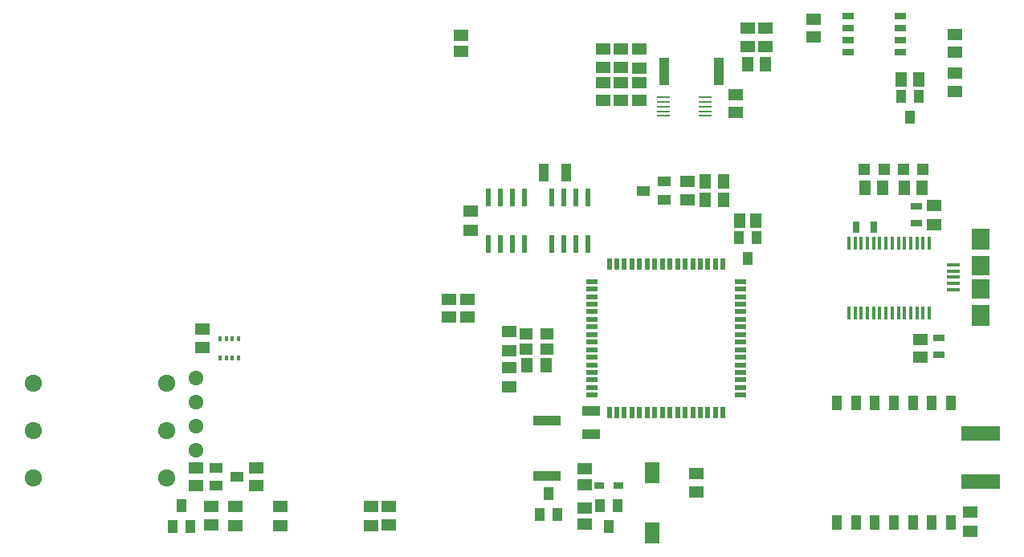
<source format=gbp>
G75*
G70*
%OFA0B0*%
%FSLAX24Y24*%
%IPPOS*%
%LPD*%
%AMOC8*
5,1,8,0,0,1.08239X$1,22.5*
%
%ADD10R,0.1600X0.0600*%
%ADD11R,0.0512X0.0630*%
%ADD12R,0.0630X0.0512*%
%ADD13R,0.0470X0.0220*%
%ADD14R,0.0220X0.0470*%
%ADD15R,0.0591X0.0512*%
%ADD16R,0.0472X0.0315*%
%ADD17R,0.0315X0.0472*%
%ADD18R,0.0137X0.0550*%
%ADD19R,0.0551X0.0157*%
%ADD20R,0.0748X0.0787*%
%ADD21R,0.0748X0.0866*%
%ADD22R,0.0472X0.0472*%
%ADD23R,0.0512X0.0591*%
%ADD24R,0.0630X0.0906*%
%ADD25R,0.0394X0.0551*%
%ADD26R,0.0394X0.0315*%
%ADD27R,0.0551X0.0394*%
%ADD28R,0.0394X0.0591*%
%ADD29C,0.0630*%
%ADD30C,0.0540*%
%ADD31R,0.0138X0.0197*%
%ADD32R,0.0512X0.0276*%
%ADD33R,0.0550X0.0110*%
%ADD34R,0.0220X0.0780*%
%ADD35R,0.0748X0.0433*%
%ADD36R,0.0551X0.0472*%
%ADD37R,0.0394X0.1181*%
%ADD38R,0.1181X0.0394*%
%ADD39R,0.0210X0.0780*%
%ADD40R,0.0433X0.0748*%
D10*
X042632Y004476D03*
X042632Y006476D03*
D11*
X024599Y009316D03*
X023812Y009316D03*
D12*
X023081Y009210D03*
X023081Y009922D03*
X023081Y010710D03*
X023081Y008422D03*
X017331Y003460D03*
X017331Y002672D03*
X013581Y002672D03*
X013581Y003460D03*
X011706Y003460D03*
X011706Y002672D03*
X010331Y010047D03*
X010331Y010835D03*
X021456Y014922D03*
X021456Y015710D03*
X028456Y021672D03*
X028456Y022460D03*
X033706Y022547D03*
X033706Y023335D03*
X040706Y015960D03*
X040706Y015172D03*
X042206Y003210D03*
X042206Y002422D03*
D13*
X032652Y008079D03*
X032652Y008394D03*
X032652Y008709D03*
X032652Y009024D03*
X032652Y009339D03*
X032652Y009653D03*
X032652Y009968D03*
X032652Y010283D03*
X032652Y010598D03*
X032652Y010913D03*
X032652Y011228D03*
X032652Y011543D03*
X032652Y011858D03*
X032652Y012173D03*
X032652Y012488D03*
X032652Y012803D03*
X026510Y012803D03*
X026510Y012488D03*
X026510Y012173D03*
X026510Y011858D03*
X026510Y011543D03*
X026510Y011228D03*
X026510Y010913D03*
X026510Y010598D03*
X026510Y010283D03*
X026510Y009968D03*
X026510Y009653D03*
X026510Y009339D03*
X026510Y009024D03*
X026510Y008709D03*
X026510Y008394D03*
X026510Y008079D03*
D14*
X027218Y007370D03*
X027533Y007370D03*
X027848Y007370D03*
X028163Y007370D03*
X028478Y007370D03*
X028793Y007370D03*
X029108Y007370D03*
X029423Y007370D03*
X029738Y007370D03*
X030053Y007370D03*
X030368Y007370D03*
X030683Y007370D03*
X030998Y007370D03*
X031313Y007370D03*
X031628Y007370D03*
X031943Y007370D03*
X031943Y013512D03*
X031628Y013512D03*
X031313Y013512D03*
X030998Y013512D03*
X030683Y013512D03*
X030368Y013512D03*
X030053Y013512D03*
X029738Y013512D03*
X029423Y013512D03*
X029108Y013512D03*
X028793Y013512D03*
X028478Y013512D03*
X028163Y013512D03*
X027848Y013512D03*
X027533Y013512D03*
X027218Y013512D03*
D15*
X030456Y016192D03*
X030456Y016940D03*
X032456Y019817D03*
X032456Y020565D03*
X032956Y022567D03*
X032956Y023315D03*
X035706Y022942D03*
X035706Y023690D03*
X041581Y023065D03*
X041581Y022317D03*
X041581Y021440D03*
X041581Y020692D03*
X028456Y021065D03*
X027706Y021065D03*
X026956Y021065D03*
X026956Y021692D03*
X027706Y021692D03*
X027706Y022440D03*
X026956Y022440D03*
X026956Y020317D03*
X027706Y020317D03*
X028456Y020317D03*
X021081Y022356D03*
X021081Y023026D03*
X021331Y012065D03*
X020581Y012065D03*
X020581Y011317D03*
X021331Y011317D03*
X012581Y005065D03*
X012581Y004317D03*
X010706Y003440D03*
X010706Y002692D03*
X010081Y004317D03*
X010081Y005065D03*
X018081Y003440D03*
X018081Y002692D03*
X026206Y002731D03*
X026206Y003401D03*
X026206Y004356D03*
X026206Y005026D03*
X030831Y004815D03*
X030831Y004067D03*
X040116Y009641D03*
X040116Y010389D03*
D16*
X040882Y010456D03*
X040882Y009747D03*
X039956Y015212D03*
X039956Y015920D03*
D17*
X038185Y015066D03*
X037476Y015066D03*
D18*
X037423Y014380D03*
X037167Y014380D03*
X037679Y014380D03*
X037935Y014380D03*
X038191Y014380D03*
X038447Y014380D03*
X038703Y014380D03*
X038959Y014380D03*
X039215Y014380D03*
X039470Y014380D03*
X039726Y014380D03*
X039982Y014380D03*
X040238Y014380D03*
X040494Y014380D03*
X040494Y011502D03*
X040238Y011502D03*
X039982Y011502D03*
X039726Y011502D03*
X039470Y011502D03*
X039215Y011502D03*
X038959Y011502D03*
X038703Y011502D03*
X038447Y011502D03*
X038191Y011502D03*
X037935Y011502D03*
X037679Y011502D03*
X037423Y011502D03*
X037167Y011502D03*
D19*
X041510Y012465D03*
X041510Y012720D03*
X041510Y012976D03*
X041510Y013232D03*
X041510Y013488D03*
D20*
X042632Y013468D03*
X042632Y012484D03*
D21*
X042632Y011402D03*
X042632Y014551D03*
D22*
X040244Y017441D03*
X039417Y017441D03*
X038619Y017441D03*
X037792Y017441D03*
D23*
X037832Y016691D03*
X038580Y016691D03*
X039457Y016691D03*
X040205Y016691D03*
X033290Y015316D03*
X032621Y015316D03*
X031955Y016191D03*
X031207Y016191D03*
X031207Y016941D03*
X031955Y016941D03*
X039332Y021191D03*
X040080Y021191D03*
X033705Y021816D03*
X032957Y021816D03*
D24*
X029007Y004841D03*
X029007Y002361D03*
D25*
X027206Y002633D03*
X027580Y003499D03*
X026832Y003499D03*
X025080Y003133D03*
X024332Y003133D03*
X024706Y003999D03*
X009830Y002633D03*
X009082Y002633D03*
X009456Y003499D03*
X032582Y014624D03*
X033330Y014624D03*
X032956Y013758D03*
X039706Y019633D03*
X040080Y020499D03*
X039332Y020499D03*
D26*
X027599Y004316D03*
X026812Y004316D03*
D27*
X011764Y004691D03*
X010898Y005065D03*
X010898Y004317D03*
X029514Y016192D03*
X028648Y016566D03*
X029514Y016940D03*
D28*
X036672Y007765D03*
X037460Y007765D03*
X038247Y007765D03*
X039034Y007765D03*
X039822Y007765D03*
X040609Y007765D03*
X041397Y007765D03*
X041397Y002804D03*
X040609Y002804D03*
X039822Y002804D03*
X039034Y002804D03*
X038247Y002804D03*
X037460Y002804D03*
X036672Y002804D03*
D29*
X003264Y004628D02*
X003264Y004698D01*
X003334Y004698D01*
X003334Y004628D01*
X003264Y004628D01*
X003259Y006594D02*
X003259Y006664D01*
X003329Y006664D01*
X003329Y006594D01*
X003259Y006594D01*
X003261Y008567D02*
X003261Y008637D01*
X003331Y008637D01*
X003331Y008567D01*
X003261Y008567D01*
X008804Y008565D02*
X008804Y008635D01*
X008874Y008635D01*
X008874Y008565D01*
X008804Y008565D01*
X008804Y006667D02*
X008804Y006597D01*
X008804Y006667D02*
X008874Y006667D01*
X008874Y006597D01*
X008804Y006597D01*
X008803Y004699D02*
X008803Y004629D01*
X008803Y004699D02*
X008873Y004699D01*
X008873Y004629D01*
X008803Y004629D01*
D30*
X010023Y005773D02*
X010083Y005773D01*
X010023Y005773D02*
X010023Y005833D01*
X010083Y005833D01*
X010083Y005773D01*
X010083Y006773D02*
X010023Y006773D01*
X010023Y006833D01*
X010083Y006833D01*
X010083Y006773D01*
X010083Y007773D02*
X010023Y007773D01*
X010023Y007833D01*
X010083Y007833D01*
X010083Y007773D01*
X010083Y008773D02*
X010023Y008773D01*
X010023Y008833D01*
X010083Y008833D01*
X010083Y008773D01*
D31*
X011068Y009615D03*
X011324Y009615D03*
X011580Y009615D03*
X011836Y009615D03*
X011836Y010422D03*
X011580Y010422D03*
X011324Y010422D03*
X011068Y010422D03*
D32*
X037123Y022316D03*
X037123Y022816D03*
X037123Y023316D03*
X037123Y023816D03*
X039288Y023816D03*
X039288Y023316D03*
X039288Y022816D03*
X039288Y022316D03*
D33*
X031191Y020456D03*
X031191Y020266D03*
X031191Y020066D03*
X031191Y019866D03*
X031191Y019676D03*
X029471Y019676D03*
X029471Y019866D03*
X029471Y020066D03*
X029471Y020266D03*
X029471Y020456D03*
D34*
X023706Y016286D03*
X023206Y016286D03*
X022706Y016286D03*
X022206Y016286D03*
X022206Y014346D03*
X022706Y014346D03*
X023206Y014346D03*
X023706Y014346D03*
D35*
X026456Y007413D03*
X026456Y006468D03*
D36*
X024639Y010001D03*
X023773Y010001D03*
X023773Y010631D03*
X024639Y010631D03*
D37*
X029494Y021522D03*
X031777Y021522D03*
D38*
X024625Y007013D03*
X024625Y004729D03*
D39*
X024831Y014346D03*
X025331Y014346D03*
X025831Y014346D03*
X026331Y014346D03*
X026331Y016286D03*
X025831Y016286D03*
X025331Y016286D03*
X024831Y016286D03*
D40*
X024483Y017316D03*
X025428Y017316D03*
M02*

</source>
